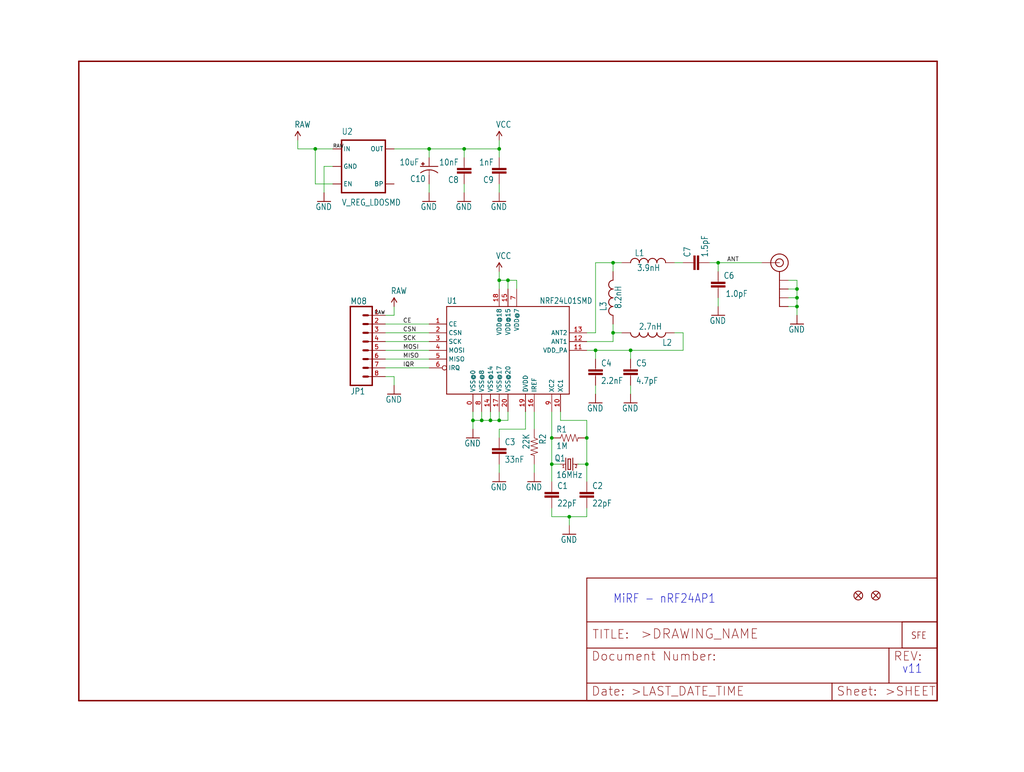
<source format=kicad_sch>
(kicad_sch (version 20211123) (generator eeschema)
  (paper "User" 297.002 223.926)
  (lib_symbols
    (symbol "schematicEagle-eagle-import:CAP0402"
      (property "Reference" "C" (at 1.524 2.921 0))
      (property "Value" "CAP0402" (at 1.524 -2.159 0))
      (symbol "CAP0402_1_0"
        (rectangle (start -2.032 0.508) (end 2.032 1.016) (fill (type outline)))
        (rectangle (start -2.032 1.524) (end 2.032 2.032) (fill (type outline)))
        (polyline (pts (xy 0 0) (xy 0 0.508)) (stroke (width 0.1524)))
        (polyline (pts (xy 0 2.54) (xy 0 2.032)) (stroke (width 0.1524)))
        (pin passive line (at 0 5.08 270) (length 2.54) (name "1") (number "1"))
        (pin passive line (at 0 -2.54 90) (length 2.54) (name "2") (number "2"))
      )
    )
    (symbol "schematicEagle-eagle-import:CAP_POL1206"
      (property "Reference" "C" (at 1.016 0.635 0))
      (property "Value" "CAP_POL1206" (at 1.016 -4.191 0))
      (symbol "CAP_POL1206_1_0"
        (rectangle (start -2.253 0.668) (end -1.364 0.795) (fill (type outline)))
        (rectangle (start -1.872 0.287) (end -1.745 1.176) (fill (type outline)))
        (arc (start 0 -1.0161) (mid -1.3021 -1.2302) (end -2.4669 -1.8504) (stroke (width 0.254)))
        (polyline (pts (xy -2.54 0) (xy 2.54 0)) (stroke (width 0.254)))
        (polyline (pts (xy 0 -1.016) (xy 0 -2.54)) (stroke (width 0.1524)))
        (arc (start 2.4892 -1.8542) (mid 1.3158 -1.2195) (end 0 -1) (stroke (width 0.254)))
        (pin passive line (at 0 2.54 270) (length 2.54) (name "+") (number "A"))
        (pin passive line (at 0 -5.08 90) (length 2.54) (name "-") (number "C"))
      )
    )
    (symbol "schematicEagle-eagle-import:CRYSTAL5X3"
      (property "Reference" "Q" (at 2.54 1.016 0))
      (property "Value" "CRYSTAL5X3" (at 2.54 -2.54 0))
      (symbol "CRYSTAL5X3_1_0"
        (polyline (pts (xy -2.54 0) (xy -1.016 0)) (stroke (width 0.1524)))
        (polyline (pts (xy -1.016 1.778) (xy -1.016 -1.778)) (stroke (width 0.254)))
        (polyline (pts (xy -0.381 -1.524) (xy 0.381 -1.524)) (stroke (width 0.254)))
        (polyline (pts (xy -0.381 1.524) (xy -0.381 -1.524)) (stroke (width 0.254)))
        (polyline (pts (xy 0.381 -1.524) (xy 0.381 1.524)) (stroke (width 0.254)))
        (polyline (pts (xy 0.381 1.524) (xy -0.381 1.524)) (stroke (width 0.254)))
        (polyline (pts (xy 1.016 0) (xy 2.54 0)) (stroke (width 0.1524)))
        (polyline (pts (xy 1.016 1.778) (xy 1.016 -1.778)) (stroke (width 0.254)))
        (text "1" (at -2.159 -1.143 0) (effects (font (size 0.8636 0.734)) (justify left bottom)))
        (text "2" (at 1.524 -1.143 0) (effects (font (size 0.8636 0.734)) (justify left bottom)))
        (pin passive line (at -2.54 0 0) (length 0) (name "1") (number "1"))
        (pin passive line (at 2.54 0 180) (length 0) (name "2") (number "3"))
      )
    )
    (symbol "schematicEagle-eagle-import:FIDUCIALUFIDUCIAL"
      (symbol "FIDUCIALUFIDUCIAL_1_0"
        (polyline (pts (xy -0.762 0.762) (xy 0.762 -0.762)) (stroke (width 0.254)))
        (polyline (pts (xy 0.762 0.762) (xy -0.762 -0.762)) (stroke (width 0.254)))
        (circle (center 0 0) (radius 1.27) (stroke (width 0.254)))
      )
    )
    (symbol "schematicEagle-eagle-import:FRAME-LETTER"
      (symbol "FRAME-LETTER_1_0"
        (polyline (pts (xy 0 0) (xy 248.92 0)) (stroke (width 0.4064)))
        (polyline (pts (xy 0 185.42) (xy 0 0)) (stroke (width 0.4064)))
        (polyline (pts (xy 0 185.42) (xy 248.92 185.42)) (stroke (width 0.4064)))
        (polyline (pts (xy 248.92 185.42) (xy 248.92 0)) (stroke (width 0.4064)))
      )
      (symbol "FRAME-LETTER_2_0"
        (polyline (pts (xy 0 0) (xy 0 5.08)) (stroke (width 0.254)))
        (polyline (pts (xy 0 0) (xy 71.12 0)) (stroke (width 0.254)))
        (polyline (pts (xy 0 5.08) (xy 0 15.24)) (stroke (width 0.254)))
        (polyline (pts (xy 0 5.08) (xy 71.12 5.08)) (stroke (width 0.254)))
        (polyline (pts (xy 0 15.24) (xy 0 22.86)) (stroke (width 0.254)))
        (polyline (pts (xy 0 22.86) (xy 0 35.56)) (stroke (width 0.254)))
        (polyline (pts (xy 0 22.86) (xy 101.6 22.86)) (stroke (width 0.254)))
        (polyline (pts (xy 71.12 0) (xy 101.6 0)) (stroke (width 0.254)))
        (polyline (pts (xy 71.12 5.08) (xy 71.12 0)) (stroke (width 0.254)))
        (polyline (pts (xy 71.12 5.08) (xy 87.63 5.08)) (stroke (width 0.254)))
        (polyline (pts (xy 87.63 5.08) (xy 101.6 5.08)) (stroke (width 0.254)))
        (polyline (pts (xy 87.63 15.24) (xy 0 15.24)) (stroke (width 0.254)))
        (polyline (pts (xy 87.63 15.24) (xy 87.63 5.08)) (stroke (width 0.254)))
        (polyline (pts (xy 101.6 5.08) (xy 101.6 0)) (stroke (width 0.254)))
        (polyline (pts (xy 101.6 15.24) (xy 87.63 15.24)) (stroke (width 0.254)))
        (polyline (pts (xy 101.6 15.24) (xy 101.6 5.08)) (stroke (width 0.254)))
        (polyline (pts (xy 101.6 22.86) (xy 101.6 15.24)) (stroke (width 0.254)))
        (polyline (pts (xy 101.6 35.56) (xy 0 35.56)) (stroke (width 0.254)))
        (polyline (pts (xy 101.6 35.56) (xy 101.6 22.86)) (stroke (width 0.254)))
        (text ">DRAWING_NAME" (at 15.494 17.78 0) (effects (font (size 2.7432 2.7432)) (justify left bottom)))
        (text ">LAST_DATE_TIME" (at 12.7 1.27 0) (effects (font (size 2.54 2.54)) (justify left bottom)))
        (text ">SHEET" (at 86.36 1.27 0) (effects (font (size 2.54 2.54)) (justify left bottom)))
        (text "Date:" (at 1.27 1.27 0) (effects (font (size 2.54 2.54)) (justify left bottom)))
        (text "Document Number:" (at 1.27 11.43 0) (effects (font (size 2.54 2.54)) (justify left bottom)))
        (text "REV:" (at 88.9 11.43 0) (effects (font (size 2.54 2.54)) (justify left bottom)))
        (text "Sheet:" (at 72.39 1.27 0) (effects (font (size 2.54 2.54)) (justify left bottom)))
        (text "TITLE:" (at 1.524 17.78 0) (effects (font (size 2.54 2.54)) (justify left bottom)))
      )
    )
    (symbol "schematicEagle-eagle-import:GND" (power)
      (property "Value" "GND" (at -2.54 -2.54 0))
      (symbol "GND_1_0"
        (polyline (pts (xy -1.905 0) (xy 1.905 0)) (stroke (width 0.254)))
        (pin power_in line (at 0 2.54 270) (length 2.54) (name "GND") (number "1"))
      )
    )
    (symbol "schematicEagle-eagle-import:INDUCTOR0402"
      (property "Value" "INDUCTOR0402" (at 2.54 -5.08 0))
      (symbol "INDUCTOR0402_1_0"
        (arc (start 0 -5.08) (mid 0.898 -4.708) (end 1.27 -3.81) (stroke (width 0.254)))
        (arc (start 0 -2.54) (mid 0.898 -2.168) (end 1.27 -1.27) (stroke (width 0.254)))
        (arc (start 0 0) (mid 0.898 0.372) (end 1.27 1.27) (stroke (width 0.254)))
        (arc (start 0 2.54) (mid 0.898 2.912) (end 1.27 3.81) (stroke (width 0.254)))
        (arc (start 1.27 -3.81) (mid 0.898 -2.912) (end 0 -2.54) (stroke (width 0.254)))
        (arc (start 1.27 -1.27) (mid 0.898 -0.372) (end 0 0) (stroke (width 0.254)))
        (arc (start 1.27 1.27) (mid 0.898 2.168) (end 0 2.54) (stroke (width 0.254)))
        (arc (start 1.27 3.81) (mid 0.898 4.708) (end 0 5.08) (stroke (width 0.254)))
        (pin passive line (at 0 7.62 270) (length 2.54) (name "1") (number "1"))
        (pin passive line (at 0 -7.62 90) (length 2.54) (name "2") (number "2"))
      )
    )
    (symbol "schematicEagle-eagle-import:LOGO-SFENEW"
      (symbol "LOGO-SFENEW_1_0"
        (polyline (pts (xy -2.54 -2.54) (xy 7.62 -2.54)) (stroke (width 0.254)))
        (polyline (pts (xy -2.54 5.08) (xy -2.54 -2.54)) (stroke (width 0.254)))
        (polyline (pts (xy 7.62 -2.54) (xy 7.62 5.08)) (stroke (width 0.254)))
        (polyline (pts (xy 7.62 5.08) (xy -2.54 5.08)) (stroke (width 0.254)))
        (text "SFE" (at 0 0 0) (effects (font (size 1.9304 1.6408)) (justify left bottom)))
      )
    )
    (symbol "schematicEagle-eagle-import:M08"
      (property "Reference" "JP" (at -5.08 13.462 0))
      (property "Value" "M08" (at -5.08 -12.7 0))
      (symbol "M08_1_0"
        (polyline (pts (xy -5.08 12.7) (xy -5.08 -10.16)) (stroke (width 0.4064)))
        (polyline (pts (xy -5.08 12.7) (xy 1.27 12.7)) (stroke (width 0.4064)))
        (polyline (pts (xy -1.27 -7.62) (xy 0 -7.62)) (stroke (width 0.6096)))
        (polyline (pts (xy -1.27 -5.08) (xy 0 -5.08)) (stroke (width 0.6096)))
        (polyline (pts (xy -1.27 -2.54) (xy 0 -2.54)) (stroke (width 0.6096)))
        (polyline (pts (xy -1.27 0) (xy 0 0)) (stroke (width 0.6096)))
        (polyline (pts (xy -1.27 2.54) (xy 0 2.54)) (stroke (width 0.6096)))
        (polyline (pts (xy -1.27 5.08) (xy 0 5.08)) (stroke (width 0.6096)))
        (polyline (pts (xy -1.27 7.62) (xy 0 7.62)) (stroke (width 0.6096)))
        (polyline (pts (xy -1.27 10.16) (xy 0 10.16)) (stroke (width 0.6096)))
        (polyline (pts (xy 1.27 -10.16) (xy -5.08 -10.16)) (stroke (width 0.4064)))
        (polyline (pts (xy 1.27 -10.16) (xy 1.27 12.7)) (stroke (width 0.4064)))
        (pin passive line (at 5.08 -7.62 180) (length 5.08) (name "1") (number "1"))
        (pin passive line (at 5.08 -5.08 180) (length 5.08) (name "2") (number "2"))
        (pin passive line (at 5.08 -2.54 180) (length 5.08) (name "3") (number "3"))
        (pin passive line (at 5.08 0 180) (length 5.08) (name "4") (number "4"))
        (pin passive line (at 5.08 2.54 180) (length 5.08) (name "5") (number "5"))
        (pin passive line (at 5.08 5.08 180) (length 5.08) (name "6") (number "6"))
        (pin passive line (at 5.08 7.62 180) (length 5.08) (name "7") (number "7"))
        (pin passive line (at 5.08 10.16 180) (length 5.08) (name "8") (number "8"))
      )
    )
    (symbol "schematicEagle-eagle-import:NRF24L01SMD"
      (property "Value" "NRF24L01SMD" (at 9.144 13.462 0))
      (symbol "NRF24L01SMD_1_0"
        (polyline (pts (xy -17.78 -12.7) (xy -17.78 12.7)) (stroke (width 0.254)))
        (polyline (pts (xy -17.78 12.7) (xy 17.78 12.7)) (stroke (width 0.254)))
        (polyline (pts (xy 17.78 -12.7) (xy -17.78 -12.7)) (stroke (width 0.254)))
        (polyline (pts (xy 17.78 12.7) (xy 17.78 -12.7)) (stroke (width 0.254)))
        (pin power_in line (at -10.16 -17.78 90) (length 5.08) (name "VSS@0") (number "0"))
        (pin input line (at -22.86 7.62 0) (length 5.08) (name "CE") (number "1"))
        (pin input line (at 15.24 -17.78 90) (length 5.08) (name "XC1") (number "10"))
        (pin power_in line (at 22.86 0 180) (length 5.08) (name "VDD_PA") (number "11"))
        (pin output line (at 22.86 2.54 180) (length 5.08) (name "ANT1") (number "12"))
        (pin output line (at 22.86 5.08 180) (length 5.08) (name "ANT2") (number "13"))
        (pin power_in line (at -5.08 -17.78 90) (length 5.08) (name "VSS@14") (number "14"))
        (pin power_in line (at 0 17.78 270) (length 5.08) (name "VDD@15") (number "15"))
        (pin input line (at 7.62 -17.78 90) (length 5.08) (name "IREF") (number "16"))
        (pin power_in line (at -2.54 -17.78 90) (length 5.08) (name "VSS@17") (number "17"))
        (pin power_in line (at -2.54 17.78 270) (length 5.08) (name "VDD@18") (number "18"))
        (pin power_in line (at 5.08 -17.78 90) (length 5.08) (name "DVDD") (number "19"))
        (pin input line (at -22.86 5.08 0) (length 5.08) (name "CSN") (number "2"))
        (pin power_in line (at 0 -17.78 90) (length 5.08) (name "VSS@20") (number "20"))
        (pin input line (at -22.86 2.54 0) (length 5.08) (name "SCK") (number "3"))
        (pin input line (at -22.86 0 0) (length 5.08) (name "MOSI") (number "4"))
        (pin output line (at -22.86 -2.54 0) (length 5.08) (name "MISO") (number "5"))
        (pin output inverted (at -22.86 -5.08 0) (length 5.08) (name "IRQ") (number "6"))
        (pin power_in line (at 2.54 17.78 270) (length 5.08) (name "VDD@7") (number "7"))
        (pin power_in line (at -7.62 -17.78 90) (length 5.08) (name "VSS@8") (number "8"))
        (pin input line (at 12.7 -17.78 90) (length 5.08) (name "XC2") (number "9"))
      )
    )
    (symbol "schematicEagle-eagle-import:RESISTOR0402"
      (property "Reference" "R" (at -3.81 1.4986 0))
      (property "Value" "RESISTOR0402" (at -3.81 -3.302 0))
      (symbol "RESISTOR0402_1_0"
        (polyline (pts (xy -2.54 0) (xy -2.159 1.016)) (stroke (width 0.1524)))
        (polyline (pts (xy -2.159 1.016) (xy -1.524 -1.016)) (stroke (width 0.1524)))
        (polyline (pts (xy -1.524 -1.016) (xy -0.889 1.016)) (stroke (width 0.1524)))
        (polyline (pts (xy -0.889 1.016) (xy -0.254 -1.016)) (stroke (width 0.1524)))
        (polyline (pts (xy -0.254 -1.016) (xy 0.381 1.016)) (stroke (width 0.1524)))
        (polyline (pts (xy 0.381 1.016) (xy 1.016 -1.016)) (stroke (width 0.1524)))
        (polyline (pts (xy 1.016 -1.016) (xy 1.651 1.016)) (stroke (width 0.1524)))
        (polyline (pts (xy 1.651 1.016) (xy 2.286 -1.016)) (stroke (width 0.1524)))
        (polyline (pts (xy 2.286 -1.016) (xy 2.54 0)) (stroke (width 0.1524)))
        (pin passive line (at -5.08 0 0) (length 2.54) (name "1") (number "1"))
        (pin passive line (at 5.08 0 180) (length 2.54) (name "2") (number "2"))
      )
    )
    (symbol "schematicEagle-eagle-import:SMA_EDGE"
      (symbol "SMA_EDGE_1_0"
        (polyline (pts (xy 0 -2.54) (xy 0 -12.7)) (stroke (width 0.254)))
        (circle (center 0 0) (radius 1.1359) (stroke (width 0.254)))
        (circle (center 0 0) (radius 2.54) (stroke (width 0.254)))
        (pin bidirectional line (at -2.54 -5.08 0) (length 2.54) (name "GND@0") (number "GND@0"))
        (pin bidirectional line (at -2.54 -7.62 0) (length 2.54) (name "GND@1") (number "GND@1"))
        (pin bidirectional line (at -2.54 -10.16 0) (length 2.54) (name "GND@2") (number "GND@2"))
        (pin bidirectional line (at -2.54 -12.7 0) (length 2.54) (name "GND@3") (number "GND@3"))
        (pin bidirectional line (at 5.08 0 180) (length 5.08) (name "SIGNAL") (number "SIG"))
      )
    )
    (symbol "schematicEagle-eagle-import:VCC" (power)
      (property "Value" "VCC" (at -1.016 3.556 0))
      (symbol "VCC_1_0"
        (polyline (pts (xy 0 2.54) (xy -0.762 1.27)) (stroke (width 0.254)))
        (polyline (pts (xy 0.762 1.27) (xy 0 2.54)) (stroke (width 0.254)))
        (pin power_in line (at 0 0 90) (length 2.54) (name "VCC") (number "1"))
      )
    )
    (symbol "schematicEagle-eagle-import:V_REG_LDOSMD"
      (property "Value" "V_REG_LDOSMD" (at -7.62 -11.43 0))
      (symbol "V_REG_LDOSMD_1_0"
        (polyline (pts (xy -7.62 -7.62) (xy 5.08 -7.62)) (stroke (width 0.4064)))
        (polyline (pts (xy -7.62 7.62) (xy -7.62 -7.62)) (stroke (width 0.4064)))
        (polyline (pts (xy 5.08 -7.62) (xy 5.08 7.62)) (stroke (width 0.4064)))
        (polyline (pts (xy 5.08 7.62) (xy -7.62 7.62)) (stroke (width 0.4064)))
        (pin input line (at -10.16 5.08 0) (length 2.54) (name "IN") (number "1"))
        (pin input line (at -10.16 0 0) (length 2.54) (name "GND") (number "2"))
        (pin input line (at -10.16 -5.08 0) (length 2.54) (name "EN") (number "3"))
        (pin input line (at 7.62 -5.08 180) (length 2.54) (name "BP") (number "4"))
        (pin passive line (at 7.62 5.08 180) (length 2.54) (name "OUT") (number "5"))
      )
    )
  )
  (junction (at 144.78 121.92))
  (junction (at 177.8 96.52))
  (junction (at 208.28 76.2))
  (junction (at 177.8 76.2))
  (junction (at 91.44 43.18))
  (junction (at 231.14 86.36))
  (junction (at 124.46 43.18))
  (junction (at 147.32 81.28))
  (junction (at 139.7 121.92))
  (junction (at 160.02 127))
  (junction (at 172.72 101.6))
  (junction (at 144.78 43.18))
  (junction (at 231.14 88.9))
  (junction (at 231.14 83.82))
  (junction (at 170.18 134.62))
  (junction (at 160.02 134.62))
  (junction (at 142.24 121.92))
  (junction (at 165.1 149.86))
  (junction (at 170.18 127))
  (junction (at 134.62 43.18))
  (junction (at 182.88 101.6))
  (junction (at 137.16 121.92))
  (junction (at 144.78 81.28))
  (wire (pts (xy 111.76 91.44) (xy 114.3 91.44)))
  (wire (pts (xy 160.02 149.86) (xy 160.02 147.32)))
  (wire (pts (xy 170.18 101.6) (xy 172.72 101.6)))
  (wire (pts (xy 231.14 83.82) (xy 231.14 86.36)))
  (wire (pts (xy 208.28 76.2) (xy 220.98 76.2)))
  (wire (pts (xy 144.78 137.16) (xy 144.78 134.62)))
  (wire (pts (xy 124.46 43.18) (xy 134.62 43.18)))
  (wire (pts (xy 228.6 88.9) (xy 231.14 88.9)))
  (wire (pts (xy 228.6 83.82) (xy 231.14 83.82)))
  (wire (pts (xy 177.8 78.74) (xy 177.8 76.2)))
  (wire (pts (xy 170.18 149.86) (xy 165.1 149.86)))
  (wire (pts (xy 134.62 43.18) (xy 144.78 43.18)))
  (wire (pts (xy 152.4 124.46) (xy 152.4 119.38)))
  (wire (pts (xy 172.72 104.14) (xy 172.72 101.6)))
  (wire (pts (xy 180.34 96.52) (xy 177.8 96.52)))
  (wire (pts (xy 205.74 76.2) (xy 208.28 76.2)))
  (wire (pts (xy 144.78 124.46) (xy 152.4 124.46)))
  (wire (pts (xy 231.14 86.36) (xy 231.14 88.9)))
  (wire (pts (xy 124.46 93.98) (xy 111.76 93.98)))
  (wire (pts (xy 165.1 149.86) (xy 160.02 149.86)))
  (wire (pts (xy 96.52 48.26) (xy 93.98 48.26)))
  (wire (pts (xy 177.8 96.52) (xy 177.8 93.98)))
  (wire (pts (xy 177.8 76.2) (xy 180.34 76.2)))
  (wire (pts (xy 124.46 45.72) (xy 124.46 43.18)))
  (wire (pts (xy 144.78 119.38) (xy 144.78 121.92)))
  (wire (pts (xy 134.62 55.88) (xy 134.62 53.34)))
  (wire (pts (xy 165.1 149.86) (xy 165.1 152.4)))
  (wire (pts (xy 124.46 96.52) (xy 111.76 96.52)))
  (wire (pts (xy 208.28 78.74) (xy 208.28 76.2)))
  (wire (pts (xy 198.12 96.52) (xy 195.58 96.52)))
  (wire (pts (xy 144.78 43.18) (xy 144.78 45.72)))
  (wire (pts (xy 124.46 104.14) (xy 111.76 104.14)))
  (wire (pts (xy 93.98 48.26) (xy 93.98 55.88)))
  (wire (pts (xy 162.56 119.38) (xy 162.56 121.92)))
  (wire (pts (xy 142.24 121.92) (xy 139.7 121.92)))
  (wire (pts (xy 177.8 99.06) (xy 177.8 96.52)))
  (wire (pts (xy 160.02 134.62) (xy 162.56 134.62)))
  (wire (pts (xy 144.78 55.88) (xy 144.78 53.34)))
  (wire (pts (xy 91.44 43.18) (xy 86.36 43.18)))
  (wire (pts (xy 134.62 43.18) (xy 134.62 45.72)))
  (wire (pts (xy 147.32 83.82) (xy 147.32 81.28)))
  (wire (pts (xy 154.94 137.16) (xy 154.94 134.62)))
  (wire (pts (xy 172.72 76.2) (xy 177.8 76.2)))
  (wire (pts (xy 137.16 119.38) (xy 137.16 121.92)))
  (wire (pts (xy 124.46 101.6) (xy 111.76 101.6)))
  (wire (pts (xy 182.88 101.6) (xy 198.12 101.6)))
  (wire (pts (xy 170.18 127) (xy 170.18 134.62)))
  (wire (pts (xy 149.86 81.28) (xy 149.86 83.82)))
  (wire (pts (xy 147.32 119.38) (xy 147.32 121.92)))
  (wire (pts (xy 195.58 76.2) (xy 198.12 76.2)))
  (wire (pts (xy 170.18 134.62) (xy 167.64 134.62)))
  (wire (pts (xy 96.52 43.18) (xy 91.44 43.18)))
  (wire (pts (xy 144.78 81.28) (xy 144.78 78.74)))
  (wire (pts (xy 86.36 43.18) (xy 86.36 40.64)))
  (wire (pts (xy 208.28 88.9) (xy 208.28 86.36)))
  (wire (pts (xy 144.78 127) (xy 144.78 124.46)))
  (wire (pts (xy 139.7 121.92) (xy 137.16 121.92)))
  (wire (pts (xy 147.32 81.28) (xy 149.86 81.28)))
  (wire (pts (xy 124.46 55.88) (xy 124.46 53.34)))
  (wire (pts (xy 111.76 106.68) (xy 124.46 106.68)))
  (wire (pts (xy 231.14 81.28) (xy 231.14 83.82)))
  (wire (pts (xy 147.32 121.92) (xy 144.78 121.92)))
  (wire (pts (xy 144.78 83.82) (xy 144.78 81.28)))
  (wire (pts (xy 91.44 53.34) (xy 91.44 43.18)))
  (wire (pts (xy 137.16 124.46) (xy 137.16 121.92)))
  (wire (pts (xy 96.52 53.34) (xy 91.44 53.34)))
  (wire (pts (xy 170.18 121.92) (xy 170.18 127)))
  (wire (pts (xy 144.78 121.92) (xy 142.24 121.92)))
  (wire (pts (xy 182.88 114.3) (xy 182.88 111.76)))
  (wire (pts (xy 142.24 119.38) (xy 142.24 121.92)))
  (wire (pts (xy 160.02 119.38) (xy 160.02 127)))
  (wire (pts (xy 147.32 81.28) (xy 144.78 81.28)))
  (wire (pts (xy 228.6 86.36) (xy 231.14 86.36)))
  (wire (pts (xy 228.6 81.28) (xy 231.14 81.28)))
  (wire (pts (xy 170.18 96.52) (xy 172.72 96.52)))
  (wire (pts (xy 231.14 88.9) (xy 231.14 91.44)))
  (wire (pts (xy 172.72 96.52) (xy 172.72 76.2)))
  (wire (pts (xy 114.3 43.18) (xy 124.46 43.18)))
  (wire (pts (xy 139.7 119.38) (xy 139.7 121.92)))
  (wire (pts (xy 114.3 109.22) (xy 114.3 111.76)))
  (wire (pts (xy 111.76 109.22) (xy 114.3 109.22)))
  (wire (pts (xy 170.18 134.62) (xy 170.18 139.7)))
  (wire (pts (xy 182.88 104.14) (xy 182.88 101.6)))
  (wire (pts (xy 160.02 127) (xy 160.02 134.62)))
  (wire (pts (xy 114.3 91.44) (xy 114.3 88.9)))
  (wire (pts (xy 170.18 147.32) (xy 170.18 149.86)))
  (wire (pts (xy 170.18 99.06) (xy 177.8 99.06)))
  (wire (pts (xy 172.72 101.6) (xy 182.88 101.6)))
  (wire (pts (xy 162.56 121.92) (xy 170.18 121.92)))
  (wire (pts (xy 172.72 114.3) (xy 172.72 111.76)))
  (wire (pts (xy 124.46 99.06) (xy 111.76 99.06)))
  (wire (pts (xy 160.02 134.62) (xy 160.02 139.7)))
  (wire (pts (xy 154.94 119.38) (xy 154.94 124.46)))
  (wire (pts (xy 198.12 101.6) (xy 198.12 96.52)))
  (wire (pts (xy 144.78 40.64) (xy 144.78 43.18)))
  (text "v11" (at 261.62 195.58 180) (effects (font (size 2.54 2.159)) (justify left bottom)))
  (text "MiRF - nRF24AP1" (at 177.8 175.26 180) (effects (font (size 2.54 2.159)) (justify left bottom)))
  (label "CE" (at 116.84 93.98 0) (effects (font (size 1.2446 1.2446))))
  (label "MOSI" (at 116.84 101.6 0) (effects (font (size 1.2446 1.2446))))
  (label "RAW" (at 96.52 43.18 0) (effects (font (size 1.016 1.016))))
  (label "RAW" (at 111.76 91.44 180) (effects (font (size 1.016 1.016))))
  (label "ANT" (at 210.82 76.2 0) (effects (font (size 1.2446 1.2446))))
  (label "MISO" (at 116.84 104.14 0) (effects (font (size 1.2446 1.2446))))
  (label "SCK" (at 116.84 99.06 0) (effects (font (size 1.2446 1.2446))))
  (label "IQR" (at 116.84 106.68 0) (effects (font (size 1.2446 1.2446))))
  (label "CSN" (at 116.84 96.52 0) (effects (font (size 1.2446 1.2446))))
  (symbol (lib_id "schematicEagle-eagle-import:GND") (at 165.1 154.94 0) (unit 1)
    (property "Reference" "#GND1" (effects hide))
    (property "Value" "GND" (at 162.56 157.48 0) (effects (font (size 1.778 1.5113)) (justify left bottom)))
    (property "Footprint" "schematicEagle:" (effects hide))
  )
  (symbol (lib_id "schematicEagle-eagle-import:CAP0402") (at 134.62 48.26 180) (unit 1)
    (property "Reference" "C8" (at 133.096 51.181 0) (effects (font (size 1.778 1.5113)) (justify left bottom)))
    (property "Value" "10nF" (at 133.096 46.101 0) (effects (font (size 1.778 1.5113)) (justify left bottom)))
    (property "Footprint" "schematicEagle:C0402" (effects hide))
  )
  (symbol (lib_id "schematicEagle-eagle-import:INDUCTOR0402") (at 177.8 86.36 180) (unit 1)
    (property "Reference" "L3" (at 173.99 87.376 90) (effects (font (size 1.778 1.5113)) (justify left bottom)))
    (property "Value" "8.2nH" (at 178.308 82.804 90) (effects (font (size 1.778 1.5113)) (justify left bottom)))
    (property "Footprint" "schematicEagle:C0402" (effects hide))
  )
  (symbol (lib_id "schematicEagle-eagle-import:GND") (at 114.3 114.3 0) (unit 1)
    (property "Reference" "#GND4" (effects hide))
    (property "Value" "GND" (at 111.76 116.84 0) (effects (font (size 1.778 1.5113)) (justify left bottom)))
    (property "Footprint" "schematicEagle:" (effects hide))
  )
  (symbol (lib_id "schematicEagle-eagle-import:RESISTOR0402") (at 165.1 127 0) (unit 1)
    (property "Reference" "R1" (at 161.29 125.5014 0) (effects (font (size 1.778 1.5113)) (justify left bottom)))
    (property "Value" "1M" (at 161.29 130.302 0) (effects (font (size 1.778 1.5113)) (justify left bottom)))
    (property "Footprint" "schematicEagle:C0402" (effects hide))
  )
  (symbol (lib_id "schematicEagle-eagle-import:FRAME-LETTER") (at 22.86 203.2 0) (unit 1)
    (property "Reference" "#FRAME1" (effects hide))
    (property "Value" "FRAME-LETTER" (effects hide))
    (property "Footprint" "schematicEagle:" (effects hide))
  )
  (symbol (lib_id "schematicEagle-eagle-import:GND") (at 231.14 93.98 0) (unit 1)
    (property "Reference" "#GND13" (effects hide))
    (property "Value" "GND" (at 228.6 96.52 0) (effects (font (size 1.778 1.5113)) (justify left bottom)))
    (property "Footprint" "schematicEagle:" (effects hide))
  )
  (symbol (lib_id "schematicEagle-eagle-import:GND") (at 124.46 58.42 0) (unit 1)
    (property "Reference" "#GND12" (effects hide))
    (property "Value" "GND" (at 121.92 60.96 0) (effects (font (size 1.778 1.5113)) (justify left bottom)))
    (property "Footprint" "schematicEagle:" (effects hide))
  )
  (symbol (lib_id "schematicEagle-eagle-import:GND") (at 172.72 116.84 0) (unit 1)
    (property "Reference" "#GND5" (effects hide))
    (property "Value" "GND" (at 170.18 119.38 0) (effects (font (size 1.778 1.5113)) (justify left bottom)))
    (property "Footprint" "schematicEagle:" (effects hide))
  )
  (symbol (lib_id "schematicEagle-eagle-import:VCC") (at 144.78 40.64 0) (unit 1)
    (property "Reference" "#P+2" (effects hide))
    (property "Value" "VCC" (at 143.764 37.084 0) (effects (font (size 1.778 1.5113)) (justify left bottom)))
    (property "Footprint" "schematicEagle:" (effects hide))
  )
  (symbol (lib_id "schematicEagle-eagle-import:CAP0402") (at 208.28 81.28 180) (unit 1)
    (property "Reference" "C6" (at 209.804 80.899 0) (effects (font (size 1.778 1.5113)) (justify right top)))
    (property "Value" "1.0pF" (at 216.916 84.201 0) (effects (font (size 1.778 1.5113)) (justify left bottom)))
    (property "Footprint" "schematicEagle:C0402" (effects hide))
  )
  (symbol (lib_id "schematicEagle-eagle-import:CAP0402") (at 144.78 132.08 0) (unit 1)
    (property "Reference" "C3" (at 146.304 129.159 0) (effects (font (size 1.778 1.5113)) (justify left bottom)))
    (property "Value" "33nF" (at 146.304 134.239 0) (effects (font (size 1.778 1.5113)) (justify left bottom)))
    (property "Footprint" "schematicEagle:C0402" (effects hide))
  )
  (symbol (lib_id "schematicEagle-eagle-import:GND") (at 144.78 58.42 0) (unit 1)
    (property "Reference" "#GND8" (effects hide))
    (property "Value" "GND" (at 142.24 60.96 0) (effects (font (size 1.778 1.5113)) (justify left bottom)))
    (property "Footprint" "schematicEagle:" (effects hide))
  )
  (symbol (lib_id "schematicEagle-eagle-import:CRYSTAL5X3") (at 165.1 134.62 0) (unit 1)
    (property "Reference" "Q1" (at 160.782 133.858 0) (effects (font (size 1.778 1.5113)) (justify left bottom)))
    (property "Value" "16MHz" (at 161.29 138.684 0) (effects (font (size 1.778 1.5113)) (justify left bottom)))
    (property "Footprint" "schematicEagle:CRYSTAL-SMD-5X3" (effects hide))
  )
  (symbol (lib_id "schematicEagle-eagle-import:GND") (at 208.28 91.44 0) (unit 1)
    (property "Reference" "#GND7" (effects hide))
    (property "Value" "GND" (at 205.74 93.98 0) (effects (font (size 1.778 1.5113)) (justify left bottom)))
    (property "Footprint" "schematicEagle:" (effects hide))
  )
  (symbol (lib_id "schematicEagle-eagle-import:VCC") (at 86.36 40.64 0) (unit 1)
    (property "Reference" "#P+5" (effects hide))
    (property "Value" "RAW" (at 85.344 37.084 0) (effects (font (size 1.778 1.5113)) (justify left bottom)))
    (property "Footprint" "schematicEagle:" (effects hide))
  )
  (symbol (lib_id "schematicEagle-eagle-import:GND") (at 134.62 58.42 0) (unit 1)
    (property "Reference" "#GND9" (effects hide))
    (property "Value" "GND" (at 132.08 60.96 0) (effects (font (size 1.778 1.5113)) (justify left bottom)))
    (property "Footprint" "schematicEagle:" (effects hide))
  )
  (symbol (lib_id "schematicEagle-eagle-import:GND") (at 144.78 139.7 0) (unit 1)
    (property "Reference" "#GND3" (effects hide))
    (property "Value" "GND" (at 142.24 142.24 0) (effects (font (size 1.778 1.5113)) (justify left bottom)))
    (property "Footprint" "schematicEagle:" (effects hide))
  )
  (symbol (lib_id "schematicEagle-eagle-import:CAP0402") (at 182.88 109.22 0) (unit 1)
    (property "Reference" "C5" (at 184.404 106.299 0) (effects (font (size 1.778 1.5113)) (justify left bottom)))
    (property "Value" "4.7pF" (at 184.404 111.379 0) (effects (font (size 1.778 1.5113)) (justify left bottom)))
    (property "Footprint" "schematicEagle:C0402" (effects hide))
  )
  (symbol (lib_id "schematicEagle-eagle-import:CAP0402") (at 172.72 109.22 0) (unit 1)
    (property "Reference" "C4" (at 174.244 106.299 0) (effects (font (size 1.778 1.5113)) (justify left bottom)))
    (property "Value" "2.2nF" (at 174.244 111.379 0) (effects (font (size 1.778 1.5113)) (justify left bottom)))
    (property "Footprint" "schematicEagle:C0402" (effects hide))
  )
  (symbol (lib_id "schematicEagle-eagle-import:CAP0402") (at 203.2 76.2 90) (unit 1)
    (property "Reference" "C7" (at 200.279 74.676 0) (effects (font (size 1.778 1.5113)) (justify left bottom)))
    (property "Value" "1.5pF" (at 205.359 74.676 0) (effects (font (size 1.778 1.5113)) (justify left bottom)))
    (property "Footprint" "schematicEagle:C0402" (effects hide))
  )
  (symbol (lib_id "schematicEagle-eagle-import:V_REG_LDOSMD") (at 106.68 48.26 0) (unit 1)
    (property "Reference" "U2" (at 99.06 39.116 0) (effects (font (size 1.778 1.5113)) (justify left bottom)))
    (property "Value" "V_REG_LDOSMD" (at 99.06 59.69 0) (effects (font (size 1.778 1.5113)) (justify left bottom)))
    (property "Footprint" "schematicEagle:SOT23-5" (effects hide))
  )
  (symbol (lib_id "schematicEagle-eagle-import:CAP0402") (at 160.02 144.78 0) (unit 1)
    (property "Reference" "C1" (at 161.544 141.859 0) (effects (font (size 1.778 1.5113)) (justify left bottom)))
    (property "Value" "22pF" (at 161.544 146.939 0) (effects (font (size 1.778 1.5113)) (justify left bottom)))
    (property "Footprint" "schematicEagle:C0402" (effects hide))
  )
  (symbol (lib_id "schematicEagle-eagle-import:INDUCTOR0402") (at 187.96 96.52 270) (unit 1)
    (property "Reference" "L2" (at 192.024 100.33 90) (effects (font (size 1.778 1.5113)) (justify left bottom)))
    (property "Value" "2.7nH" (at 192.024 93.726 90) (effects (font (size 1.778 1.5113)) (justify right top)))
    (property "Footprint" "schematicEagle:C0402" (effects hide))
  )
  (symbol (lib_id "schematicEagle-eagle-import:LOGO-SFENEW") (at 264.16 185.42 0) (unit 1)
    (property "Reference" "U$5" (effects hide))
    (property "Value" "LOGO-SFENEW" (effects hide))
    (property "Footprint" "schematicEagle:SFE-NEW-WEBLOGO" (effects hide))
  )
  (symbol (lib_id "schematicEagle-eagle-import:CAP0402") (at 144.78 48.26 180) (unit 1)
    (property "Reference" "C9" (at 143.256 51.181 0) (effects (font (size 1.778 1.5113)) (justify left bottom)))
    (property "Value" "1nF" (at 143.256 46.101 0) (effects (font (size 1.778 1.5113)) (justify left bottom)))
    (property "Footprint" "schematicEagle:C0402" (effects hide))
  )
  (symbol (lib_id "schematicEagle-eagle-import:FIDUCIALUFIDUCIAL") (at 248.92 172.72 0) (unit 1)
    (property "Reference" "FID1" (effects hide))
    (property "Value" "FIDUCIALUFIDUCIAL" (effects hide))
    (property "Footprint" "schematicEagle:MICRO-FIDUCIAL" (effects hide))
  )
  (symbol (lib_id "schematicEagle-eagle-import:INDUCTOR0402") (at 187.96 76.2 90) (unit 1)
    (property "Reference" "L1" (at 186.944 72.39 90) (effects (font (size 1.778 1.5113)) (justify left bottom)))
    (property "Value" "3.9nH" (at 191.516 76.708 90) (effects (font (size 1.778 1.5113)) (justify left bottom)))
    (property "Footprint" "schematicEagle:C0402" (effects hide))
  )
  (symbol (lib_id "schematicEagle-eagle-import:FIDUCIALUFIDUCIAL") (at 254 172.72 0) (unit 1)
    (property "Reference" "FID2" (effects hide))
    (property "Value" "FIDUCIALUFIDUCIAL" (effects hide))
    (property "Footprint" "schematicEagle:MICRO-FIDUCIAL" (effects hide))
  )
  (symbol (lib_id "schematicEagle-eagle-import:NRF24L01SMD") (at 147.32 101.6 0) (unit 1)
    (property "Reference" "U1" (at 129.54 88.138 0) (effects (font (size 1.6764 1.4249)) (justify left bottom)))
    (property "Value" "NRF24L01SMD" (at 156.464 88.138 0) (effects (font (size 1.6764 1.4249)) (justify left bottom)))
    (property "Footprint" "schematicEagle:QFN20" (effects hide))
  )
  (symbol (lib_id "schematicEagle-eagle-import:M08") (at 106.68 99.06 0) (mirror x) (unit 1)
    (property "Reference" "JP1" (at 101.6 112.522 0) (effects (font (size 1.778 1.5113)) (justify left bottom)))
    (property "Value" "M08" (at 101.6 86.36 0) (effects (font (size 1.778 1.5113)) (justify left bottom)))
    (property "Footprint" "schematicEagle:1X08" (effects hide))
  )
  (symbol (lib_id "schematicEagle-eagle-import:FRAME-LETTER") (at 170.18 203.2 0) (unit 2)
    (property "Reference" "#FRAME1" (effects hide))
    (property "Value" "FRAME-LETTER" (effects hide))
    (property "Footprint" "schematicEagle:" (effects hide))
  )
  (symbol (lib_id "schematicEagle-eagle-import:GND") (at 182.88 116.84 0) (unit 1)
    (property "Reference" "#GND6" (effects hide))
    (property "Value" "GND" (at 180.34 119.38 0) (effects (font (size 1.778 1.5113)) (justify left bottom)))
    (property "Footprint" "schematicEagle:" (effects hide))
  )
  (symbol (lib_id "schematicEagle-eagle-import:VCC") (at 144.78 78.74 0) (unit 1)
    (property "Reference" "#P+3" (effects hide))
    (property "Value" "VCC" (at 143.764 75.184 0) (effects (font (size 1.778 1.5113)) (justify left bottom)))
    (property "Footprint" "schematicEagle:" (effects hide))
  )
  (symbol (lib_id "schematicEagle-eagle-import:GND") (at 93.98 58.42 0) (unit 1)
    (property "Reference" "#GND11" (effects hide))
    (property "Value" "GND" (at 91.44 60.96 0) (effects (font (size 1.778 1.5113)) (justify left bottom)))
    (property "Footprint" "schematicEagle:" (effects hide))
  )
  (symbol (lib_id "schematicEagle-eagle-import:CAP0402") (at 170.18 144.78 0) (unit 1)
    (property "Reference" "C2" (at 171.704 141.859 0) (effects (font (size 1.778 1.5113)) (justify left bottom)))
    (property "Value" "22pF" (at 171.704 146.939 0) (effects (font (size 1.778 1.5113)) (justify left bottom)))
    (property "Footprint" "schematicEagle:C0402" (effects hide))
  )
  (symbol (lib_id "schematicEagle-eagle-import:SMA_EDGE") (at 226.06 76.2 0) (mirror y) (unit 1)
    (property "Reference" "J$1" (effects hide))
    (property "Value" "SMA_EDGE" (effects hide))
    (property "Footprint" "schematicEagle:SMA-EDGE" (effects hide))
  )
  (symbol (lib_id "schematicEagle-eagle-import:RESISTOR0402") (at 154.94 129.54 270) (unit 1)
    (property "Reference" "R2" (at 156.4386 125.73 0) (effects (font (size 1.778 1.5113)) (justify left bottom)))
    (property "Value" "22K" (at 151.638 125.73 0) (effects (font (size 1.778 1.5113)) (justify left bottom)))
    (property "Footprint" "schematicEagle:C0402" (effects hide))
  )
  (symbol (lib_id "schematicEagle-eagle-import:VCC") (at 114.3 88.9 0) (unit 1)
    (property "Reference" "#P+6" (effects hide))
    (property "Value" "RAW" (at 113.284 85.344 0) (effects (font (size 1.778 1.5113)) (justify left bottom)))
    (property "Footprint" "schematicEagle:" (effects hide))
  )
  (symbol (lib_id "schematicEagle-eagle-import:GND") (at 137.16 127 0) (unit 1)
    (property "Reference" "#GND10" (effects hide))
    (property "Value" "GND" (at 134.62 129.54 0) (effects (font (size 1.778 1.5113)) (justify left bottom)))
    (property "Footprint" "schematicEagle:" (effects hide))
  )
  (symbol (lib_id "schematicEagle-eagle-import:GND") (at 154.94 139.7 0) (unit 1)
    (property "Reference" "#GND2" (effects hide))
    (property "Value" "GND" (at 152.4 142.24 0) (effects (font (size 1.778 1.5113)) (justify left bottom)))
    (property "Footprint" "schematicEagle:" (effects hide))
  )
  (symbol (lib_id "schematicEagle-eagle-import:CAP_POL1206") (at 124.46 48.26 0) (unit 1)
    (property "Reference" "C10" (at 118.872 52.832 0) (effects (font (size 1.778 1.5113)) (justify left bottom)))
    (property "Value" "10uF" (at 115.824 48.006 0) (effects (font (size 1.778 1.5113)) (justify left bottom)))
    (property "Footprint" "schematicEagle:EIA3216" (effects hide))
  )
)
</source>
